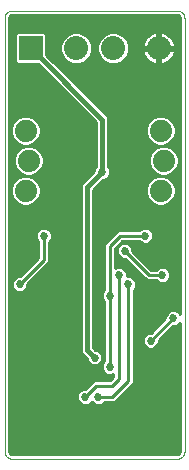
<source format=gbl>
G75*
%MOIN*%
%OFA0B0*%
%FSLAX25Y25*%
%IPPOS*%
%LPD*%
%AMOC8*
5,1,8,0,0,1.08239X$1,22.5*
%
%ADD10C,0.00000*%
%ADD11C,0.07400*%
%ADD12R,0.08000X0.08000*%
%ADD13C,0.08000*%
%ADD14C,0.01000*%
%ADD15C,0.02700*%
%ADD16C,0.01600*%
D10*
X0035095Y0032058D02*
X0035095Y0176433D01*
X0035097Y0176531D01*
X0035103Y0176629D01*
X0035112Y0176727D01*
X0035126Y0176824D01*
X0035143Y0176921D01*
X0035164Y0177017D01*
X0035189Y0177112D01*
X0035217Y0177206D01*
X0035250Y0177298D01*
X0035285Y0177390D01*
X0035325Y0177480D01*
X0035367Y0177568D01*
X0035414Y0177655D01*
X0035463Y0177739D01*
X0035516Y0177822D01*
X0035572Y0177902D01*
X0035632Y0177981D01*
X0035694Y0178057D01*
X0035759Y0178130D01*
X0035827Y0178201D01*
X0035898Y0178269D01*
X0035971Y0178334D01*
X0036047Y0178396D01*
X0036126Y0178456D01*
X0036206Y0178512D01*
X0036289Y0178565D01*
X0036373Y0178614D01*
X0036460Y0178661D01*
X0036548Y0178703D01*
X0036638Y0178743D01*
X0036730Y0178778D01*
X0036822Y0178811D01*
X0036916Y0178839D01*
X0037011Y0178864D01*
X0037107Y0178885D01*
X0037204Y0178902D01*
X0037301Y0178916D01*
X0037399Y0178925D01*
X0037497Y0178931D01*
X0037595Y0178933D01*
X0092595Y0178933D01*
X0092693Y0178931D01*
X0092791Y0178925D01*
X0092889Y0178916D01*
X0092986Y0178902D01*
X0093083Y0178885D01*
X0093179Y0178864D01*
X0093274Y0178839D01*
X0093368Y0178811D01*
X0093460Y0178778D01*
X0093552Y0178743D01*
X0093642Y0178703D01*
X0093730Y0178661D01*
X0093817Y0178614D01*
X0093901Y0178565D01*
X0093984Y0178512D01*
X0094064Y0178456D01*
X0094143Y0178396D01*
X0094219Y0178334D01*
X0094292Y0178269D01*
X0094363Y0178201D01*
X0094431Y0178130D01*
X0094496Y0178057D01*
X0094558Y0177981D01*
X0094618Y0177902D01*
X0094674Y0177822D01*
X0094727Y0177739D01*
X0094776Y0177655D01*
X0094823Y0177568D01*
X0094865Y0177480D01*
X0094905Y0177390D01*
X0094940Y0177298D01*
X0094973Y0177206D01*
X0095001Y0177112D01*
X0095026Y0177017D01*
X0095047Y0176921D01*
X0095064Y0176824D01*
X0095078Y0176727D01*
X0095087Y0176629D01*
X0095093Y0176531D01*
X0095095Y0176433D01*
X0095095Y0032058D01*
X0095093Y0031960D01*
X0095087Y0031862D01*
X0095078Y0031764D01*
X0095064Y0031667D01*
X0095047Y0031570D01*
X0095026Y0031474D01*
X0095001Y0031379D01*
X0094973Y0031285D01*
X0094940Y0031193D01*
X0094905Y0031101D01*
X0094865Y0031011D01*
X0094823Y0030923D01*
X0094776Y0030836D01*
X0094727Y0030752D01*
X0094674Y0030669D01*
X0094618Y0030589D01*
X0094558Y0030510D01*
X0094496Y0030434D01*
X0094431Y0030361D01*
X0094363Y0030290D01*
X0094292Y0030222D01*
X0094219Y0030157D01*
X0094143Y0030095D01*
X0094064Y0030035D01*
X0093984Y0029979D01*
X0093901Y0029926D01*
X0093817Y0029877D01*
X0093730Y0029830D01*
X0093642Y0029788D01*
X0093552Y0029748D01*
X0093460Y0029713D01*
X0093368Y0029680D01*
X0093274Y0029652D01*
X0093179Y0029627D01*
X0093083Y0029606D01*
X0092986Y0029589D01*
X0092889Y0029575D01*
X0092791Y0029566D01*
X0092693Y0029560D01*
X0092595Y0029558D01*
X0037595Y0029558D01*
X0037497Y0029560D01*
X0037399Y0029566D01*
X0037301Y0029575D01*
X0037204Y0029589D01*
X0037107Y0029606D01*
X0037011Y0029627D01*
X0036916Y0029652D01*
X0036822Y0029680D01*
X0036730Y0029713D01*
X0036638Y0029748D01*
X0036548Y0029788D01*
X0036460Y0029830D01*
X0036373Y0029877D01*
X0036289Y0029926D01*
X0036206Y0029979D01*
X0036126Y0030035D01*
X0036047Y0030095D01*
X0035971Y0030157D01*
X0035898Y0030222D01*
X0035827Y0030290D01*
X0035759Y0030361D01*
X0035694Y0030434D01*
X0035632Y0030510D01*
X0035572Y0030589D01*
X0035516Y0030669D01*
X0035463Y0030752D01*
X0035414Y0030836D01*
X0035367Y0030923D01*
X0035325Y0031011D01*
X0035285Y0031101D01*
X0035250Y0031193D01*
X0035217Y0031285D01*
X0035189Y0031379D01*
X0035164Y0031474D01*
X0035143Y0031570D01*
X0035126Y0031667D01*
X0035112Y0031764D01*
X0035103Y0031862D01*
X0035097Y0031960D01*
X0035095Y0032058D01*
D11*
X0042095Y0118933D03*
X0043095Y0128933D03*
X0042095Y0138933D03*
X0087095Y0138933D03*
X0088095Y0128933D03*
X0087095Y0118933D03*
D12*
X0043770Y0166433D03*
D13*
X0058950Y0166433D03*
X0071329Y0166433D03*
X0086509Y0166433D03*
D14*
X0087009Y0166728D02*
X0093595Y0166728D01*
X0093595Y0167726D02*
X0091872Y0167726D01*
X0091873Y0167721D02*
X0091606Y0168544D01*
X0091213Y0169316D01*
X0090704Y0170016D01*
X0090092Y0170628D01*
X0089391Y0171137D01*
X0088620Y0171530D01*
X0087797Y0171798D01*
X0087009Y0171922D01*
X0087009Y0166933D01*
X0091998Y0166933D01*
X0091873Y0167721D01*
X0091514Y0168725D02*
X0093595Y0168725D01*
X0093595Y0169723D02*
X0090917Y0169723D01*
X0089963Y0170722D02*
X0093595Y0170722D01*
X0093595Y0171720D02*
X0088035Y0171720D01*
X0087009Y0171720D02*
X0086009Y0171720D01*
X0086009Y0171922D02*
X0085221Y0171798D01*
X0084397Y0171530D01*
X0083626Y0171137D01*
X0082926Y0170628D01*
X0082314Y0170016D01*
X0081805Y0169316D01*
X0081412Y0168544D01*
X0081144Y0167721D01*
X0081019Y0166933D01*
X0086009Y0166933D01*
X0086009Y0171922D01*
X0084982Y0171720D02*
X0072415Y0171720D01*
X0072383Y0171733D02*
X0070275Y0171733D01*
X0068327Y0170926D01*
X0066836Y0169435D01*
X0066029Y0167487D01*
X0066029Y0165379D01*
X0066836Y0163431D01*
X0068327Y0161940D01*
X0070275Y0161133D01*
X0072383Y0161133D01*
X0074331Y0161940D01*
X0075822Y0163431D01*
X0076629Y0165379D01*
X0076629Y0167487D01*
X0075822Y0169435D01*
X0074331Y0170926D01*
X0072383Y0171733D01*
X0070244Y0171720D02*
X0060035Y0171720D01*
X0060004Y0171733D02*
X0057895Y0171733D01*
X0055947Y0170926D01*
X0054457Y0169435D01*
X0053650Y0167487D01*
X0053650Y0165379D01*
X0054457Y0163431D01*
X0055947Y0161940D01*
X0057895Y0161133D01*
X0060004Y0161133D01*
X0061952Y0161940D01*
X0063443Y0163431D01*
X0064250Y0165379D01*
X0064250Y0167487D01*
X0063443Y0169435D01*
X0061952Y0170926D01*
X0060004Y0171733D01*
X0057864Y0171720D02*
X0048321Y0171720D01*
X0048309Y0171733D02*
X0039232Y0171733D01*
X0038470Y0170972D01*
X0038470Y0161895D01*
X0039232Y0161133D01*
X0046100Y0161133D01*
X0065495Y0141738D01*
X0065495Y0126831D01*
X0065349Y0126684D01*
X0064945Y0125710D01*
X0064945Y0125503D01*
X0061725Y0122283D01*
X0060495Y0121053D01*
X0060495Y0064938D01*
X0061725Y0063708D01*
X0062445Y0062988D01*
X0062445Y0062781D01*
X0062849Y0061807D01*
X0063594Y0061062D01*
X0064568Y0060658D01*
X0065622Y0060658D01*
X0066596Y0061062D01*
X0067342Y0061807D01*
X0067745Y0062781D01*
X0067745Y0063835D01*
X0067342Y0064809D01*
X0066596Y0065555D01*
X0065622Y0065958D01*
X0065415Y0065958D01*
X0064695Y0066678D01*
X0064695Y0119313D01*
X0067915Y0122533D01*
X0068122Y0122533D01*
X0069096Y0122937D01*
X0069842Y0123682D01*
X0070245Y0124656D01*
X0070245Y0125710D01*
X0069842Y0126684D01*
X0069695Y0126831D01*
X0069695Y0143478D01*
X0068465Y0144708D01*
X0049070Y0164103D01*
X0049070Y0170972D01*
X0048309Y0171733D01*
X0049070Y0170722D02*
X0055743Y0170722D01*
X0054744Y0169723D02*
X0049070Y0169723D01*
X0049070Y0168725D02*
X0054162Y0168725D01*
X0053749Y0167726D02*
X0049070Y0167726D01*
X0049070Y0166728D02*
X0053650Y0166728D01*
X0053650Y0165729D02*
X0049070Y0165729D01*
X0049070Y0164731D02*
X0053918Y0164731D01*
X0054332Y0163732D02*
X0049441Y0163732D01*
X0050439Y0162734D02*
X0055154Y0162734D01*
X0056442Y0161735D02*
X0051438Y0161735D01*
X0052436Y0160737D02*
X0093595Y0160737D01*
X0093595Y0161735D02*
X0089400Y0161735D01*
X0089391Y0161729D02*
X0090092Y0162238D01*
X0090704Y0162850D01*
X0091213Y0163550D01*
X0091606Y0164322D01*
X0091873Y0165145D01*
X0091998Y0165933D01*
X0087009Y0165933D01*
X0087009Y0166933D01*
X0086009Y0166933D01*
X0086009Y0165933D01*
X0087009Y0165933D01*
X0087009Y0160944D01*
X0087797Y0161069D01*
X0088620Y0161336D01*
X0089391Y0161729D01*
X0090587Y0162734D02*
X0093595Y0162734D01*
X0093595Y0163732D02*
X0091305Y0163732D01*
X0091739Y0164731D02*
X0093595Y0164731D01*
X0093595Y0165729D02*
X0091966Y0165729D01*
X0093595Y0159738D02*
X0053435Y0159738D01*
X0054434Y0158740D02*
X0093595Y0158740D01*
X0093595Y0157741D02*
X0055432Y0157741D01*
X0056431Y0156743D02*
X0093595Y0156743D01*
X0093595Y0155744D02*
X0057429Y0155744D01*
X0058428Y0154745D02*
X0093595Y0154745D01*
X0093595Y0153747D02*
X0059426Y0153747D01*
X0060425Y0152748D02*
X0093595Y0152748D01*
X0093595Y0151750D02*
X0061423Y0151750D01*
X0062422Y0150751D02*
X0093595Y0150751D01*
X0093595Y0149753D02*
X0063420Y0149753D01*
X0064419Y0148754D02*
X0093595Y0148754D01*
X0093595Y0147756D02*
X0065417Y0147756D01*
X0066416Y0146757D02*
X0093595Y0146757D01*
X0093595Y0145759D02*
X0067414Y0145759D01*
X0068413Y0144760D02*
X0093595Y0144760D01*
X0093595Y0143762D02*
X0088503Y0143762D01*
X0088090Y0143933D02*
X0086101Y0143933D01*
X0084263Y0143172D01*
X0082856Y0141765D01*
X0069695Y0141765D01*
X0069695Y0142763D02*
X0083854Y0142763D01*
X0082856Y0141765D02*
X0082095Y0139928D01*
X0082095Y0137938D01*
X0082856Y0136101D01*
X0084263Y0134694D01*
X0086101Y0133933D01*
X0088090Y0133933D01*
X0089927Y0134694D01*
X0091334Y0136101D01*
X0092095Y0137938D01*
X0092095Y0139928D01*
X0091334Y0141765D01*
X0093595Y0141765D01*
X0093595Y0142763D02*
X0090336Y0142763D01*
X0089927Y0143172D02*
X0088090Y0143933D01*
X0089927Y0143172D02*
X0091334Y0141765D01*
X0091748Y0140766D02*
X0093595Y0140766D01*
X0093595Y0139768D02*
X0092095Y0139768D01*
X0092095Y0138769D02*
X0093595Y0138769D01*
X0093595Y0137771D02*
X0092026Y0137771D01*
X0091612Y0136772D02*
X0093595Y0136772D01*
X0093595Y0135774D02*
X0091007Y0135774D01*
X0090008Y0134775D02*
X0093595Y0134775D01*
X0093595Y0133777D02*
X0089467Y0133777D01*
X0089090Y0133933D02*
X0087101Y0133933D01*
X0085263Y0133172D01*
X0083856Y0131765D01*
X0083095Y0129928D01*
X0083095Y0127938D01*
X0083856Y0126101D01*
X0085263Y0124694D01*
X0087101Y0123933D01*
X0089090Y0123933D01*
X0090927Y0124694D01*
X0092334Y0126101D01*
X0093095Y0127938D01*
X0093095Y0129928D01*
X0092334Y0131765D01*
X0090927Y0133172D01*
X0089090Y0133933D01*
X0086723Y0133777D02*
X0069695Y0133777D01*
X0069695Y0134775D02*
X0084182Y0134775D01*
X0083183Y0135774D02*
X0069695Y0135774D01*
X0069695Y0136772D02*
X0082578Y0136772D01*
X0082165Y0137771D02*
X0069695Y0137771D01*
X0069695Y0138769D02*
X0082095Y0138769D01*
X0082095Y0139768D02*
X0069695Y0139768D01*
X0069695Y0140766D02*
X0082443Y0140766D01*
X0085687Y0143762D02*
X0069411Y0143762D01*
X0065469Y0141765D02*
X0046334Y0141765D01*
X0044927Y0143172D01*
X0043090Y0143933D01*
X0041101Y0143933D01*
X0039263Y0143172D01*
X0037856Y0141765D01*
X0036595Y0141765D01*
X0036595Y0142763D02*
X0038854Y0142763D01*
X0037856Y0141765D02*
X0037095Y0139928D01*
X0037095Y0137938D01*
X0037856Y0136101D01*
X0039263Y0134694D01*
X0041101Y0133933D01*
X0043090Y0133933D01*
X0044927Y0134694D01*
X0046334Y0136101D01*
X0047095Y0137938D01*
X0047095Y0139928D01*
X0046334Y0141765D01*
X0046748Y0140766D02*
X0065495Y0140766D01*
X0065495Y0139768D02*
X0047095Y0139768D01*
X0047095Y0138769D02*
X0065495Y0138769D01*
X0065495Y0137771D02*
X0047026Y0137771D01*
X0046612Y0136772D02*
X0065495Y0136772D01*
X0065495Y0135774D02*
X0046007Y0135774D01*
X0045008Y0134775D02*
X0065495Y0134775D01*
X0065495Y0133777D02*
X0044467Y0133777D01*
X0044090Y0133933D02*
X0042101Y0133933D01*
X0040263Y0133172D01*
X0038856Y0131765D01*
X0038095Y0129928D01*
X0038095Y0127938D01*
X0038856Y0126101D01*
X0040263Y0124694D01*
X0042101Y0123933D01*
X0044090Y0123933D01*
X0045927Y0124694D01*
X0047334Y0126101D01*
X0048095Y0127938D01*
X0048095Y0129928D01*
X0047334Y0131765D01*
X0045927Y0133172D01*
X0044090Y0133933D01*
X0046321Y0132778D02*
X0065495Y0132778D01*
X0065495Y0131780D02*
X0047320Y0131780D01*
X0047742Y0130781D02*
X0065495Y0130781D01*
X0065495Y0129783D02*
X0048095Y0129783D01*
X0048095Y0128784D02*
X0065495Y0128784D01*
X0065495Y0127786D02*
X0048032Y0127786D01*
X0047618Y0126787D02*
X0065452Y0126787D01*
X0064978Y0125789D02*
X0047022Y0125789D01*
X0046023Y0124790D02*
X0064232Y0124790D01*
X0063234Y0123792D02*
X0043431Y0123792D01*
X0043090Y0123933D02*
X0041101Y0123933D01*
X0039263Y0123172D01*
X0037856Y0121765D01*
X0037095Y0119928D01*
X0037095Y0117938D01*
X0037856Y0116101D01*
X0039263Y0114694D01*
X0041101Y0113933D01*
X0043090Y0113933D01*
X0044927Y0114694D01*
X0046334Y0116101D01*
X0047095Y0117938D01*
X0047095Y0119928D01*
X0046334Y0121765D01*
X0044927Y0123172D01*
X0043090Y0123933D01*
X0040759Y0123792D02*
X0036595Y0123792D01*
X0036595Y0124790D02*
X0040167Y0124790D01*
X0039168Y0125789D02*
X0036595Y0125789D01*
X0036595Y0126787D02*
X0038572Y0126787D01*
X0038158Y0127786D02*
X0036595Y0127786D01*
X0036595Y0128784D02*
X0038095Y0128784D01*
X0038095Y0129783D02*
X0036595Y0129783D01*
X0036595Y0130781D02*
X0038449Y0130781D01*
X0038871Y0131780D02*
X0036595Y0131780D01*
X0036595Y0132778D02*
X0039869Y0132778D01*
X0039182Y0134775D02*
X0036595Y0134775D01*
X0036595Y0133777D02*
X0041723Y0133777D01*
X0038183Y0135774D02*
X0036595Y0135774D01*
X0036595Y0136772D02*
X0037578Y0136772D01*
X0037165Y0137771D02*
X0036595Y0137771D01*
X0036595Y0138769D02*
X0037095Y0138769D01*
X0037095Y0139768D02*
X0036595Y0139768D01*
X0036595Y0140766D02*
X0037443Y0140766D01*
X0036595Y0143762D02*
X0040687Y0143762D01*
X0043503Y0143762D02*
X0063471Y0143762D01*
X0062473Y0144760D02*
X0036595Y0144760D01*
X0036595Y0145759D02*
X0061474Y0145759D01*
X0060476Y0146757D02*
X0036595Y0146757D01*
X0036595Y0147756D02*
X0059477Y0147756D01*
X0058479Y0148754D02*
X0036595Y0148754D01*
X0036595Y0149753D02*
X0057480Y0149753D01*
X0056482Y0150751D02*
X0036595Y0150751D01*
X0036595Y0151750D02*
X0055483Y0151750D01*
X0054485Y0152748D02*
X0036595Y0152748D01*
X0036595Y0153747D02*
X0053486Y0153747D01*
X0052488Y0154745D02*
X0036595Y0154745D01*
X0036595Y0155744D02*
X0051489Y0155744D01*
X0050491Y0156743D02*
X0036595Y0156743D01*
X0036595Y0157741D02*
X0049492Y0157741D01*
X0048494Y0158740D02*
X0036595Y0158740D01*
X0036595Y0159738D02*
X0047495Y0159738D01*
X0046497Y0160737D02*
X0036595Y0160737D01*
X0036595Y0161735D02*
X0038630Y0161735D01*
X0038470Y0162734D02*
X0036595Y0162734D01*
X0036595Y0163732D02*
X0038470Y0163732D01*
X0038470Y0164731D02*
X0036595Y0164731D01*
X0036595Y0165729D02*
X0038470Y0165729D01*
X0038470Y0166728D02*
X0036595Y0166728D01*
X0036595Y0167726D02*
X0038470Y0167726D01*
X0038470Y0168725D02*
X0036595Y0168725D01*
X0036595Y0169723D02*
X0038470Y0169723D01*
X0038470Y0170722D02*
X0036595Y0170722D01*
X0036595Y0171720D02*
X0039219Y0171720D01*
X0036595Y0172719D02*
X0093595Y0172719D01*
X0093595Y0173717D02*
X0036595Y0173717D01*
X0036595Y0174716D02*
X0093595Y0174716D01*
X0093595Y0175714D02*
X0036595Y0175714D01*
X0036595Y0176433D02*
X0036629Y0176692D01*
X0036888Y0177140D01*
X0037336Y0177399D01*
X0037595Y0177433D01*
X0092595Y0177433D01*
X0092854Y0177399D01*
X0093302Y0177140D01*
X0093561Y0176692D01*
X0093595Y0176433D01*
X0093595Y0077926D01*
X0093592Y0077934D01*
X0092846Y0078680D01*
X0091872Y0079083D01*
X0090818Y0079083D01*
X0089844Y0078680D01*
X0089099Y0077934D01*
X0088695Y0076960D01*
X0088695Y0076329D01*
X0083950Y0071583D01*
X0083318Y0071583D01*
X0082344Y0071180D01*
X0081599Y0070434D01*
X0081195Y0069460D01*
X0081195Y0068406D01*
X0081599Y0067432D01*
X0082344Y0066687D01*
X0083318Y0066283D01*
X0084372Y0066283D01*
X0085346Y0066687D01*
X0086092Y0067432D01*
X0086495Y0068406D01*
X0086495Y0069037D01*
X0091241Y0073783D01*
X0091872Y0073783D01*
X0092846Y0074187D01*
X0093592Y0074932D01*
X0093595Y0074940D01*
X0093595Y0032058D01*
X0093561Y0031799D01*
X0093302Y0031351D01*
X0092854Y0031092D01*
X0092595Y0031058D01*
X0037595Y0031058D01*
X0037336Y0031092D01*
X0036888Y0031351D01*
X0036629Y0031799D01*
X0036595Y0032058D01*
X0036595Y0176433D01*
X0036641Y0176713D02*
X0093549Y0176713D01*
X0087009Y0170722D02*
X0086009Y0170722D01*
X0086009Y0169723D02*
X0087009Y0169723D01*
X0087009Y0168725D02*
X0086009Y0168725D01*
X0086009Y0167726D02*
X0087009Y0167726D01*
X0086009Y0166728D02*
X0076629Y0166728D01*
X0076629Y0165729D02*
X0081052Y0165729D01*
X0081019Y0165933D02*
X0081144Y0165145D01*
X0081412Y0164322D01*
X0081805Y0163550D01*
X0082314Y0162850D01*
X0082926Y0162238D01*
X0083626Y0161729D01*
X0084397Y0161336D01*
X0085221Y0161069D01*
X0086009Y0160944D01*
X0086009Y0165933D01*
X0081019Y0165933D01*
X0081279Y0164731D02*
X0076361Y0164731D01*
X0075947Y0163732D02*
X0081712Y0163732D01*
X0082430Y0162734D02*
X0075125Y0162734D01*
X0073837Y0161735D02*
X0083618Y0161735D01*
X0086009Y0161735D02*
X0087009Y0161735D01*
X0087009Y0162734D02*
X0086009Y0162734D01*
X0086009Y0163732D02*
X0087009Y0163732D01*
X0087009Y0164731D02*
X0086009Y0164731D01*
X0086009Y0165729D02*
X0087009Y0165729D01*
X0083054Y0170722D02*
X0074536Y0170722D01*
X0075534Y0169723D02*
X0082101Y0169723D01*
X0081504Y0168725D02*
X0076117Y0168725D01*
X0076530Y0167726D02*
X0081146Y0167726D01*
X0068122Y0170722D02*
X0062156Y0170722D01*
X0063155Y0169723D02*
X0067124Y0169723D01*
X0066542Y0168725D02*
X0063737Y0168725D01*
X0064151Y0167726D02*
X0066128Y0167726D01*
X0066029Y0166728D02*
X0064250Y0166728D01*
X0064250Y0165729D02*
X0066029Y0165729D01*
X0066298Y0164731D02*
X0063981Y0164731D01*
X0063568Y0163732D02*
X0066711Y0163732D01*
X0067533Y0162734D02*
X0062746Y0162734D01*
X0061457Y0161735D02*
X0068822Y0161735D01*
X0064470Y0142763D02*
X0045336Y0142763D01*
X0045306Y0122793D02*
X0062235Y0122793D01*
X0061237Y0121795D02*
X0046305Y0121795D01*
X0046735Y0120796D02*
X0060495Y0120796D01*
X0060495Y0119798D02*
X0047095Y0119798D01*
X0047095Y0118799D02*
X0060495Y0118799D01*
X0060495Y0117801D02*
X0047038Y0117801D01*
X0046624Y0116802D02*
X0060495Y0116802D01*
X0060495Y0115804D02*
X0046037Y0115804D01*
X0045038Y0114805D02*
X0060495Y0114805D01*
X0060495Y0113807D02*
X0036595Y0113807D01*
X0036595Y0114805D02*
X0039152Y0114805D01*
X0038154Y0115804D02*
X0036595Y0115804D01*
X0036595Y0116802D02*
X0037566Y0116802D01*
X0037152Y0117801D02*
X0036595Y0117801D01*
X0036595Y0118799D02*
X0037095Y0118799D01*
X0037095Y0119798D02*
X0036595Y0119798D01*
X0036595Y0120796D02*
X0037455Y0120796D01*
X0037886Y0121795D02*
X0036595Y0121795D01*
X0036595Y0122793D02*
X0038884Y0122793D01*
X0036595Y0112808D02*
X0060495Y0112808D01*
X0060495Y0111810D02*
X0036595Y0111810D01*
X0036595Y0110811D02*
X0060495Y0110811D01*
X0060495Y0109812D02*
X0036595Y0109812D01*
X0036595Y0108814D02*
X0060495Y0108814D01*
X0060495Y0107815D02*
X0036595Y0107815D01*
X0036595Y0106817D02*
X0060495Y0106817D01*
X0060495Y0105818D02*
X0050082Y0105818D01*
X0049721Y0106180D02*
X0050467Y0105434D01*
X0050870Y0104460D01*
X0050870Y0103406D01*
X0050467Y0102432D01*
X0050020Y0101985D01*
X0050020Y0095062D01*
X0048966Y0094008D01*
X0042745Y0087787D01*
X0042745Y0087156D01*
X0042342Y0086182D01*
X0041596Y0085437D01*
X0040622Y0085033D01*
X0039568Y0085033D01*
X0038594Y0085437D01*
X0037849Y0086182D01*
X0037445Y0087156D01*
X0037445Y0088210D01*
X0037849Y0089184D01*
X0038594Y0089930D01*
X0039568Y0090333D01*
X0040200Y0090333D01*
X0046420Y0096554D01*
X0046420Y0101985D01*
X0045974Y0102432D01*
X0045570Y0103406D01*
X0045570Y0104460D01*
X0045974Y0105434D01*
X0046719Y0106180D01*
X0047693Y0106583D01*
X0048747Y0106583D01*
X0049721Y0106180D01*
X0050721Y0104820D02*
X0060495Y0104820D01*
X0060495Y0103821D02*
X0050870Y0103821D01*
X0050629Y0102823D02*
X0060495Y0102823D01*
X0060495Y0101824D02*
X0050020Y0101824D01*
X0050020Y0100826D02*
X0060495Y0100826D01*
X0060495Y0099827D02*
X0050020Y0099827D01*
X0050020Y0098829D02*
X0060495Y0098829D01*
X0060495Y0097830D02*
X0050020Y0097830D01*
X0050020Y0096832D02*
X0060495Y0096832D01*
X0060495Y0095833D02*
X0050020Y0095833D01*
X0049792Y0094835D02*
X0060495Y0094835D01*
X0060495Y0093836D02*
X0048794Y0093836D01*
X0047795Y0092838D02*
X0060495Y0092838D01*
X0060495Y0091839D02*
X0046797Y0091839D01*
X0045798Y0090841D02*
X0060495Y0090841D01*
X0060495Y0089842D02*
X0044800Y0089842D01*
X0043801Y0088844D02*
X0060495Y0088844D01*
X0060495Y0087845D02*
X0042803Y0087845D01*
X0042617Y0086847D02*
X0060495Y0086847D01*
X0060495Y0085848D02*
X0042008Y0085848D01*
X0040095Y0087683D02*
X0048220Y0095808D01*
X0048220Y0103933D01*
X0046358Y0105818D02*
X0036595Y0105818D01*
X0036595Y0104820D02*
X0045719Y0104820D01*
X0045570Y0103821D02*
X0036595Y0103821D01*
X0036595Y0102823D02*
X0045812Y0102823D01*
X0046420Y0101824D02*
X0036595Y0101824D01*
X0036595Y0100826D02*
X0046420Y0100826D01*
X0046420Y0099827D02*
X0036595Y0099827D01*
X0036595Y0098829D02*
X0046420Y0098829D01*
X0046420Y0097830D02*
X0036595Y0097830D01*
X0036595Y0096832D02*
X0046420Y0096832D01*
X0045700Y0095833D02*
X0036595Y0095833D01*
X0036595Y0094835D02*
X0044701Y0094835D01*
X0043703Y0093836D02*
X0036595Y0093836D01*
X0036595Y0092838D02*
X0042704Y0092838D01*
X0041706Y0091839D02*
X0036595Y0091839D01*
X0036595Y0090841D02*
X0040707Y0090841D01*
X0038507Y0089842D02*
X0036595Y0089842D01*
X0036595Y0088844D02*
X0037708Y0088844D01*
X0037445Y0087845D02*
X0036595Y0087845D01*
X0036595Y0086847D02*
X0037573Y0086847D01*
X0038182Y0085848D02*
X0036595Y0085848D01*
X0036595Y0084850D02*
X0060495Y0084850D01*
X0060495Y0083851D02*
X0036595Y0083851D01*
X0036595Y0082853D02*
X0060495Y0082853D01*
X0060495Y0081854D02*
X0036595Y0081854D01*
X0036595Y0080856D02*
X0060495Y0080856D01*
X0060495Y0079857D02*
X0036595Y0079857D01*
X0036595Y0078859D02*
X0060495Y0078859D01*
X0060495Y0077860D02*
X0036595Y0077860D01*
X0036595Y0076862D02*
X0060495Y0076862D01*
X0060495Y0075863D02*
X0036595Y0075863D01*
X0036595Y0074865D02*
X0060495Y0074865D01*
X0060495Y0073866D02*
X0036595Y0073866D01*
X0036595Y0072868D02*
X0060495Y0072868D01*
X0060495Y0071869D02*
X0036595Y0071869D01*
X0036595Y0070871D02*
X0060495Y0070871D01*
X0060495Y0069872D02*
X0036595Y0069872D01*
X0036595Y0068874D02*
X0060495Y0068874D01*
X0060495Y0067875D02*
X0036595Y0067875D01*
X0036595Y0066877D02*
X0060495Y0066877D01*
X0060495Y0065878D02*
X0036595Y0065878D01*
X0036595Y0064879D02*
X0060554Y0064879D01*
X0061552Y0063881D02*
X0036595Y0063881D01*
X0036595Y0062882D02*
X0062445Y0062882D01*
X0062817Y0061884D02*
X0036595Y0061884D01*
X0036595Y0060885D02*
X0064019Y0060885D01*
X0066171Y0060885D02*
X0067518Y0060885D01*
X0067445Y0060710D02*
X0067445Y0059656D01*
X0067849Y0058682D01*
X0068594Y0057937D01*
X0069568Y0057533D01*
X0070622Y0057533D01*
X0071420Y0057864D01*
X0071420Y0056932D01*
X0070221Y0055733D01*
X0064975Y0055733D01*
X0063920Y0054679D01*
X0063920Y0054679D01*
X0062075Y0052833D01*
X0061443Y0052833D01*
X0060469Y0052430D01*
X0059724Y0051684D01*
X0059320Y0050710D01*
X0059320Y0049656D01*
X0059724Y0048682D01*
X0060469Y0047937D01*
X0061443Y0047533D01*
X0062497Y0047533D01*
X0063471Y0047937D01*
X0064158Y0048623D01*
X0064844Y0047937D01*
X0065818Y0047533D01*
X0066872Y0047533D01*
X0067846Y0047937D01*
X0068293Y0048383D01*
X0071714Y0048383D01*
X0072769Y0049437D01*
X0078145Y0054814D01*
X0078145Y0085735D01*
X0078592Y0086182D01*
X0078995Y0087156D01*
X0078995Y0088210D01*
X0078592Y0089184D01*
X0077846Y0089930D01*
X0076872Y0090333D01*
X0075870Y0090333D01*
X0075870Y0091335D01*
X0075467Y0092309D01*
X0074721Y0093055D01*
X0073747Y0093458D01*
X0072693Y0093458D01*
X0071895Y0093128D01*
X0071895Y0099652D01*
X0074376Y0102133D01*
X0080022Y0102133D01*
X0080469Y0101687D01*
X0081443Y0101283D01*
X0082497Y0101283D01*
X0083471Y0101687D01*
X0084217Y0102432D01*
X0084620Y0103406D01*
X0084620Y0104460D01*
X0084217Y0105434D01*
X0083471Y0106180D01*
X0082497Y0106583D01*
X0081443Y0106583D01*
X0080469Y0106180D01*
X0080022Y0105733D01*
X0072885Y0105733D01*
X0071831Y0104679D01*
X0068295Y0101143D01*
X0068295Y0085881D01*
X0067849Y0085434D01*
X0067445Y0084460D01*
X0067445Y0083406D01*
X0067849Y0082432D01*
X0068295Y0081985D01*
X0068295Y0062131D01*
X0067849Y0061684D01*
X0067445Y0060710D01*
X0067445Y0059887D02*
X0036595Y0059887D01*
X0036595Y0058888D02*
X0067763Y0058888D01*
X0068707Y0057890D02*
X0036595Y0057890D01*
X0036595Y0056891D02*
X0071379Y0056891D01*
X0070381Y0055893D02*
X0036595Y0055893D01*
X0036595Y0054894D02*
X0064136Y0054894D01*
X0063137Y0053896D02*
X0036595Y0053896D01*
X0036595Y0052897D02*
X0062139Y0052897D01*
X0061970Y0050183D02*
X0065720Y0053933D01*
X0070967Y0053933D01*
X0073220Y0056187D01*
X0073220Y0090808D01*
X0074938Y0092838D02*
X0078645Y0092838D01*
X0077646Y0093836D02*
X0071895Y0093836D01*
X0071895Y0094835D02*
X0076648Y0094835D01*
X0075649Y0095833D02*
X0071895Y0095833D01*
X0071895Y0096832D02*
X0073449Y0096832D01*
X0073594Y0096687D02*
X0074568Y0096283D01*
X0075200Y0096283D01*
X0082475Y0089008D01*
X0085647Y0089008D01*
X0086094Y0088562D01*
X0087068Y0088158D01*
X0088122Y0088158D01*
X0089096Y0088562D01*
X0089842Y0089307D01*
X0090245Y0090281D01*
X0090245Y0091335D01*
X0089842Y0092309D01*
X0089096Y0093055D01*
X0088122Y0093458D01*
X0087068Y0093458D01*
X0086094Y0093055D01*
X0085647Y0092608D01*
X0083966Y0092608D01*
X0077745Y0098829D01*
X0093595Y0098829D01*
X0093595Y0099827D02*
X0077593Y0099827D01*
X0077745Y0099460D02*
X0077342Y0100434D01*
X0076596Y0101180D01*
X0075622Y0101583D01*
X0074568Y0101583D01*
X0073594Y0101180D01*
X0072849Y0100434D01*
X0072445Y0099460D01*
X0072445Y0098406D01*
X0072849Y0097432D01*
X0073594Y0096687D01*
X0072684Y0097830D02*
X0071895Y0097830D01*
X0071895Y0098829D02*
X0072445Y0098829D01*
X0072597Y0099827D02*
X0072071Y0099827D01*
X0073069Y0100826D02*
X0073240Y0100826D01*
X0074068Y0101824D02*
X0080331Y0101824D01*
X0081970Y0103933D02*
X0073631Y0103933D01*
X0070095Y0100398D01*
X0070095Y0083933D01*
X0070095Y0060183D01*
X0068048Y0061884D02*
X0067374Y0061884D01*
X0067745Y0062882D02*
X0068295Y0062882D01*
X0068295Y0063881D02*
X0067726Y0063881D01*
X0067271Y0064879D02*
X0068295Y0064879D01*
X0068295Y0065878D02*
X0065816Y0065878D01*
X0064695Y0066877D02*
X0068295Y0066877D01*
X0068295Y0067875D02*
X0064695Y0067875D01*
X0064695Y0068874D02*
X0068295Y0068874D01*
X0068295Y0069872D02*
X0064695Y0069872D01*
X0064695Y0070871D02*
X0068295Y0070871D01*
X0068295Y0071869D02*
X0064695Y0071869D01*
X0064695Y0072868D02*
X0068295Y0072868D01*
X0068295Y0073866D02*
X0064695Y0073866D01*
X0064695Y0074865D02*
X0068295Y0074865D01*
X0068295Y0075863D02*
X0064695Y0075863D01*
X0064695Y0076862D02*
X0068295Y0076862D01*
X0068295Y0077860D02*
X0064695Y0077860D01*
X0064695Y0078859D02*
X0068295Y0078859D01*
X0068295Y0079857D02*
X0064695Y0079857D01*
X0064695Y0080856D02*
X0068295Y0080856D01*
X0068295Y0081854D02*
X0064695Y0081854D01*
X0064695Y0082853D02*
X0067674Y0082853D01*
X0067445Y0083851D02*
X0064695Y0083851D01*
X0064695Y0084850D02*
X0067606Y0084850D01*
X0068263Y0085848D02*
X0064695Y0085848D01*
X0064695Y0086847D02*
X0068295Y0086847D01*
X0068295Y0087845D02*
X0064695Y0087845D01*
X0064695Y0088844D02*
X0068295Y0088844D01*
X0068295Y0089842D02*
X0064695Y0089842D01*
X0064695Y0090841D02*
X0068295Y0090841D01*
X0068295Y0091839D02*
X0064695Y0091839D01*
X0064695Y0092838D02*
X0068295Y0092838D01*
X0068295Y0093836D02*
X0064695Y0093836D01*
X0064695Y0094835D02*
X0068295Y0094835D01*
X0068295Y0095833D02*
X0064695Y0095833D01*
X0064695Y0096832D02*
X0068295Y0096832D01*
X0068295Y0097830D02*
X0064695Y0097830D01*
X0064695Y0098829D02*
X0068295Y0098829D01*
X0068295Y0099827D02*
X0064695Y0099827D01*
X0064695Y0100826D02*
X0068295Y0100826D01*
X0068976Y0101824D02*
X0064695Y0101824D01*
X0064695Y0102823D02*
X0069975Y0102823D01*
X0070973Y0103821D02*
X0064695Y0103821D01*
X0064695Y0104820D02*
X0071972Y0104820D01*
X0075095Y0098933D02*
X0083220Y0090808D01*
X0087595Y0090808D01*
X0085812Y0088844D02*
X0078733Y0088844D01*
X0078995Y0087845D02*
X0093595Y0087845D01*
X0093595Y0086847D02*
X0078867Y0086847D01*
X0078258Y0085848D02*
X0093595Y0085848D01*
X0093595Y0084850D02*
X0078145Y0084850D01*
X0078145Y0083851D02*
X0093595Y0083851D01*
X0093595Y0082853D02*
X0078145Y0082853D01*
X0078145Y0081854D02*
X0093595Y0081854D01*
X0093595Y0080856D02*
X0078145Y0080856D01*
X0078145Y0079857D02*
X0093595Y0079857D01*
X0093595Y0078859D02*
X0092414Y0078859D01*
X0091345Y0076433D02*
X0083845Y0068933D01*
X0085536Y0066877D02*
X0093595Y0066877D01*
X0093595Y0067875D02*
X0086275Y0067875D01*
X0086495Y0068874D02*
X0093595Y0068874D01*
X0093595Y0069872D02*
X0087330Y0069872D01*
X0088328Y0070871D02*
X0093595Y0070871D01*
X0093595Y0071869D02*
X0089327Y0071869D01*
X0090325Y0072868D02*
X0093595Y0072868D01*
X0093595Y0073866D02*
X0092073Y0073866D01*
X0093524Y0074865D02*
X0093595Y0074865D01*
X0090276Y0078859D02*
X0078145Y0078859D01*
X0078145Y0077860D02*
X0089068Y0077860D01*
X0088695Y0076862D02*
X0078145Y0076862D01*
X0078145Y0075863D02*
X0088230Y0075863D01*
X0087231Y0074865D02*
X0078145Y0074865D01*
X0078145Y0073866D02*
X0086233Y0073866D01*
X0085234Y0072868D02*
X0078145Y0072868D01*
X0078145Y0071869D02*
X0084236Y0071869D01*
X0082035Y0070871D02*
X0078145Y0070871D01*
X0078145Y0069872D02*
X0081366Y0069872D01*
X0081195Y0068874D02*
X0078145Y0068874D01*
X0078145Y0067875D02*
X0081415Y0067875D01*
X0082154Y0066877D02*
X0078145Y0066877D01*
X0078145Y0065878D02*
X0093595Y0065878D01*
X0093595Y0064879D02*
X0078145Y0064879D01*
X0078145Y0063881D02*
X0093595Y0063881D01*
X0093595Y0062882D02*
X0078145Y0062882D01*
X0078145Y0061884D02*
X0093595Y0061884D01*
X0093595Y0060885D02*
X0078145Y0060885D01*
X0078145Y0059887D02*
X0093595Y0059887D01*
X0093595Y0058888D02*
X0078145Y0058888D01*
X0078145Y0057890D02*
X0093595Y0057890D01*
X0093595Y0056891D02*
X0078145Y0056891D01*
X0078145Y0055893D02*
X0093595Y0055893D01*
X0093595Y0054894D02*
X0078145Y0054894D01*
X0077227Y0053896D02*
X0093595Y0053896D01*
X0093595Y0052897D02*
X0076229Y0052897D01*
X0075230Y0051899D02*
X0093595Y0051899D01*
X0093595Y0050900D02*
X0074232Y0050900D01*
X0073233Y0049902D02*
X0093595Y0049902D01*
X0093595Y0048903D02*
X0072234Y0048903D01*
X0070969Y0050183D02*
X0066345Y0050183D01*
X0064921Y0047905D02*
X0063395Y0047905D01*
X0060546Y0047905D02*
X0036595Y0047905D01*
X0036595Y0048903D02*
X0059632Y0048903D01*
X0059320Y0049902D02*
X0036595Y0049902D01*
X0036595Y0050900D02*
X0059399Y0050900D01*
X0059938Y0051899D02*
X0036595Y0051899D01*
X0036595Y0046906D02*
X0093595Y0046906D01*
X0093595Y0045908D02*
X0036595Y0045908D01*
X0036595Y0044909D02*
X0093595Y0044909D01*
X0093595Y0043911D02*
X0036595Y0043911D01*
X0036595Y0042912D02*
X0093595Y0042912D01*
X0093595Y0041914D02*
X0036595Y0041914D01*
X0036595Y0040915D02*
X0093595Y0040915D01*
X0093595Y0039917D02*
X0036595Y0039917D01*
X0036595Y0038918D02*
X0093595Y0038918D01*
X0093595Y0037920D02*
X0036595Y0037920D01*
X0036595Y0036921D02*
X0093595Y0036921D01*
X0093595Y0035923D02*
X0036595Y0035923D01*
X0036595Y0034924D02*
X0093595Y0034924D01*
X0093595Y0033926D02*
X0036595Y0033926D01*
X0036595Y0032927D02*
X0093595Y0032927D01*
X0093578Y0031929D02*
X0036612Y0031929D01*
X0067770Y0047905D02*
X0093595Y0047905D01*
X0076345Y0055560D02*
X0070969Y0050183D01*
X0076345Y0055560D02*
X0076345Y0087683D01*
X0077934Y0089842D02*
X0081640Y0089842D01*
X0080642Y0090841D02*
X0075870Y0090841D01*
X0075661Y0091839D02*
X0079643Y0091839D01*
X0081739Y0094835D02*
X0093595Y0094835D01*
X0093595Y0095833D02*
X0080740Y0095833D01*
X0079742Y0096832D02*
X0093595Y0096832D01*
X0093595Y0097830D02*
X0078743Y0097830D01*
X0077745Y0098829D02*
X0077745Y0099460D01*
X0076950Y0100826D02*
X0093595Y0100826D01*
X0093595Y0101824D02*
X0083609Y0101824D01*
X0084379Y0102823D02*
X0093595Y0102823D01*
X0093595Y0103821D02*
X0084620Y0103821D01*
X0084471Y0104820D02*
X0093595Y0104820D01*
X0093595Y0105818D02*
X0083832Y0105818D01*
X0080108Y0105818D02*
X0064695Y0105818D01*
X0064695Y0106817D02*
X0093595Y0106817D01*
X0093595Y0107815D02*
X0064695Y0107815D01*
X0064695Y0108814D02*
X0093595Y0108814D01*
X0093595Y0109812D02*
X0064695Y0109812D01*
X0064695Y0110811D02*
X0093595Y0110811D01*
X0093595Y0111810D02*
X0064695Y0111810D01*
X0064695Y0112808D02*
X0093595Y0112808D01*
X0093595Y0113807D02*
X0064695Y0113807D01*
X0064695Y0114805D02*
X0084152Y0114805D01*
X0084263Y0114694D02*
X0086101Y0113933D01*
X0088090Y0113933D01*
X0089927Y0114694D01*
X0091334Y0116101D01*
X0092095Y0117938D01*
X0092095Y0119928D01*
X0091334Y0121765D01*
X0089927Y0123172D01*
X0088090Y0123933D01*
X0086101Y0123933D01*
X0084263Y0123172D01*
X0082856Y0121765D01*
X0082095Y0119928D01*
X0082095Y0117938D01*
X0082856Y0116101D01*
X0084263Y0114694D01*
X0083154Y0115804D02*
X0064695Y0115804D01*
X0064695Y0116802D02*
X0082566Y0116802D01*
X0082152Y0117801D02*
X0064695Y0117801D01*
X0064695Y0118799D02*
X0082095Y0118799D01*
X0082095Y0119798D02*
X0065180Y0119798D01*
X0066178Y0120796D02*
X0082455Y0120796D01*
X0082886Y0121795D02*
X0067177Y0121795D01*
X0068750Y0122793D02*
X0083884Y0122793D01*
X0085167Y0124790D02*
X0070245Y0124790D01*
X0070213Y0125789D02*
X0084168Y0125789D01*
X0083572Y0126787D02*
X0069739Y0126787D01*
X0069695Y0127786D02*
X0083158Y0127786D01*
X0083095Y0128784D02*
X0069695Y0128784D01*
X0069695Y0129783D02*
X0083095Y0129783D01*
X0083449Y0130781D02*
X0069695Y0130781D01*
X0069695Y0131780D02*
X0083871Y0131780D01*
X0084869Y0132778D02*
X0069695Y0132778D01*
X0069887Y0123792D02*
X0085759Y0123792D01*
X0088431Y0123792D02*
X0093595Y0123792D01*
X0093595Y0124790D02*
X0091023Y0124790D01*
X0092022Y0125789D02*
X0093595Y0125789D01*
X0093595Y0126787D02*
X0092618Y0126787D01*
X0093032Y0127786D02*
X0093595Y0127786D01*
X0093595Y0128784D02*
X0093095Y0128784D01*
X0093095Y0129783D02*
X0093595Y0129783D01*
X0093595Y0130781D02*
X0092742Y0130781D01*
X0092320Y0131780D02*
X0093595Y0131780D01*
X0093595Y0132778D02*
X0091321Y0132778D01*
X0090306Y0122793D02*
X0093595Y0122793D01*
X0093595Y0121795D02*
X0091305Y0121795D01*
X0091735Y0120796D02*
X0093595Y0120796D01*
X0093595Y0119798D02*
X0092095Y0119798D01*
X0092095Y0118799D02*
X0093595Y0118799D01*
X0093595Y0117801D02*
X0092038Y0117801D01*
X0091624Y0116802D02*
X0093595Y0116802D01*
X0093595Y0115804D02*
X0091037Y0115804D01*
X0090038Y0114805D02*
X0093595Y0114805D01*
X0093595Y0093836D02*
X0082737Y0093836D01*
X0083736Y0092838D02*
X0085877Y0092838D01*
X0089313Y0092838D02*
X0093595Y0092838D01*
X0093595Y0091839D02*
X0090036Y0091839D01*
X0090245Y0090841D02*
X0093595Y0090841D01*
X0093595Y0089842D02*
X0090063Y0089842D01*
X0089378Y0088844D02*
X0093595Y0088844D01*
D15*
X0087595Y0090808D03*
X0081970Y0103933D03*
X0075095Y0098933D03*
X0073220Y0090808D03*
X0076345Y0087683D03*
X0070095Y0083933D03*
X0065095Y0063308D03*
X0070095Y0060183D03*
X0066345Y0050183D03*
X0061970Y0050183D03*
X0055720Y0059558D03*
X0050095Y0069558D03*
X0040095Y0087683D03*
X0048220Y0103933D03*
X0043845Y0104558D03*
X0067595Y0125183D03*
X0072595Y0126433D03*
X0091345Y0076433D03*
X0083845Y0068933D03*
X0082595Y0042058D03*
X0047595Y0042058D03*
D16*
X0065095Y0063308D02*
X0062595Y0065808D01*
X0062595Y0120183D01*
X0067595Y0125183D01*
X0067595Y0142608D01*
X0043770Y0166433D01*
M02*

</source>
